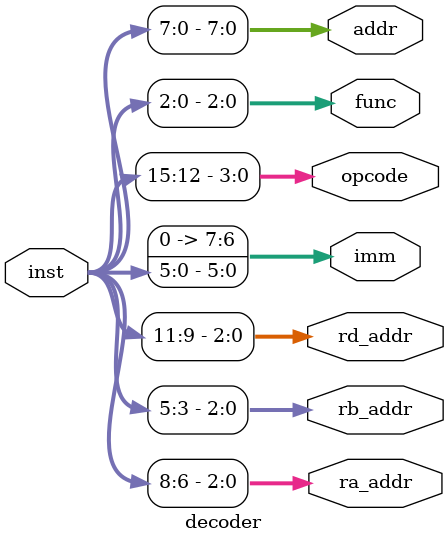
<source format=sv>
`timescale 1ns / 1ps


module decoder(
	input [15:0]inst,
	output reg [2:0] ra_addr,
	output reg [2:0] rb_addr,
	output reg [2:0] rd_addr,
	output reg [7:0] imm,
	output reg [3:0] opcode,
	output reg [2:0] func,
	output reg [7:0] addr
	);
always @(*) 
begin
  opcode[3:0]	= inst[15:12];
  rd_addr[2:0]	= inst[11:9];
  ra_addr[2:0]	= inst[8:6];
  rb_addr[2:0]	= inst[5:3];
  func[2:0]		= inst[2:0];
  imm[5:0]		= inst[5:0];
  addr[7:0]		= inst[7:0];
  imm[6]=0;
  imm[7]=0;
end
endmodule

</source>
